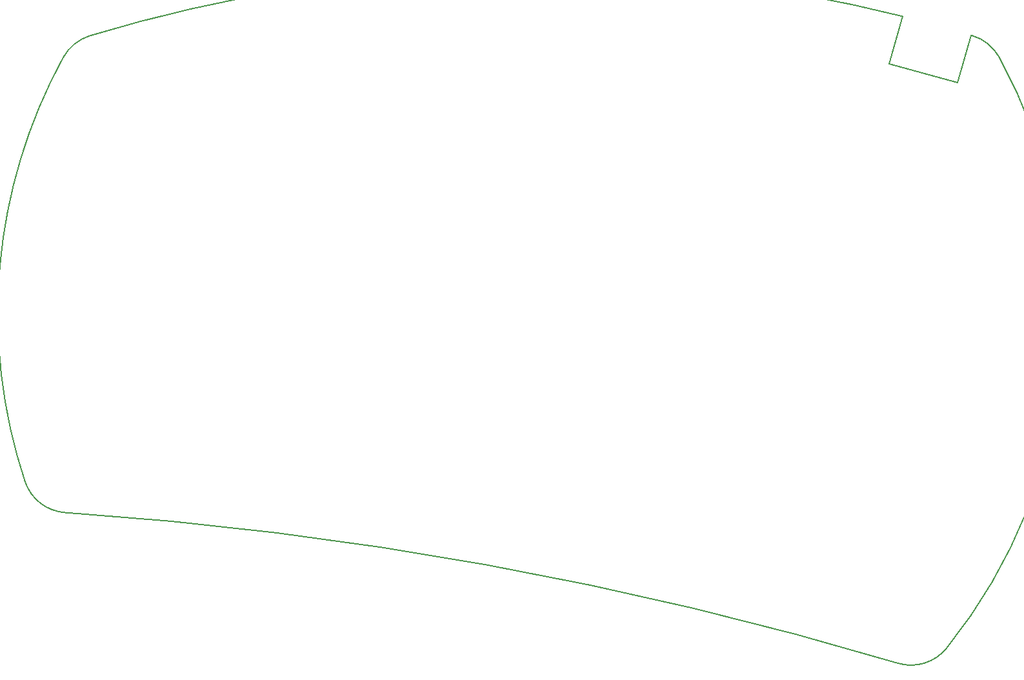
<source format=gm1>
%TF.GenerationSoftware,KiCad,Pcbnew,6.0.4-6f826c9f35~116~ubuntu20.04.1*%
%TF.CreationDate,2022-05-03T15:57:34+02:00*%
%TF.ProjectId,Wubbo,57756262-6f2e-46b6-9963-61645f706362,v0.2*%
%TF.SameCoordinates,Original*%
%TF.FileFunction,Profile,NP*%
%FSLAX46Y46*%
G04 Gerber Fmt 4.6, Leading zero omitted, Abs format (unit mm)*
G04 Created by KiCad (PCBNEW 6.0.4-6f826c9f35~116~ubuntu20.04.1) date 2022-05-03 15:57:34*
%MOMM*%
%LPD*%
G01*
G04 APERTURE LIST*
%TA.AperFunction,Profile*%
%ADD10C,0.150000*%
%TD*%
G04 APERTURE END LIST*
D10*
X104544530Y51844171D02*
G75*
G03*
X-2083172Y49308466I-48731160J-193972341D01*
G01*
X-5611244Y46442888D02*
G75*
G03*
X-10622661Y-9179340I61424614J-33571068D01*
G01*
X104544530Y51844172D02*
X102813372Y45601818D01*
X110309220Y-31062252D02*
G75*
G03*
X117237987Y46442886I-54495848J43934070D01*
G01*
X111755862Y43121846D02*
X113489973Y49374846D01*
X117237963Y46442874D02*
G75*
G03*
X113709916Y49308466I-5264963J-2877474D01*
G01*
X-2083173Y49308466D02*
G75*
G03*
X-5611244Y46442886I1736897J-5743100D01*
G01*
X103920858Y-33045467D02*
G75*
G03*
X-5334370Y-13275473I-143107476J-479082651D01*
G01*
X102813372Y45601818D02*
X111755862Y43121846D01*
X113709916Y49308466D02*
G75*
G03*
X113489972Y49374846I-59168016J-195650166D01*
G01*
X103920840Y-33045522D02*
G75*
G03*
X110309219Y-31062252I1717260J5749022D01*
G01*
X-10622661Y-9179341D02*
G75*
G03*
X-5334370Y-13275474I5694518J1890101D01*
G01*
M02*

</source>
